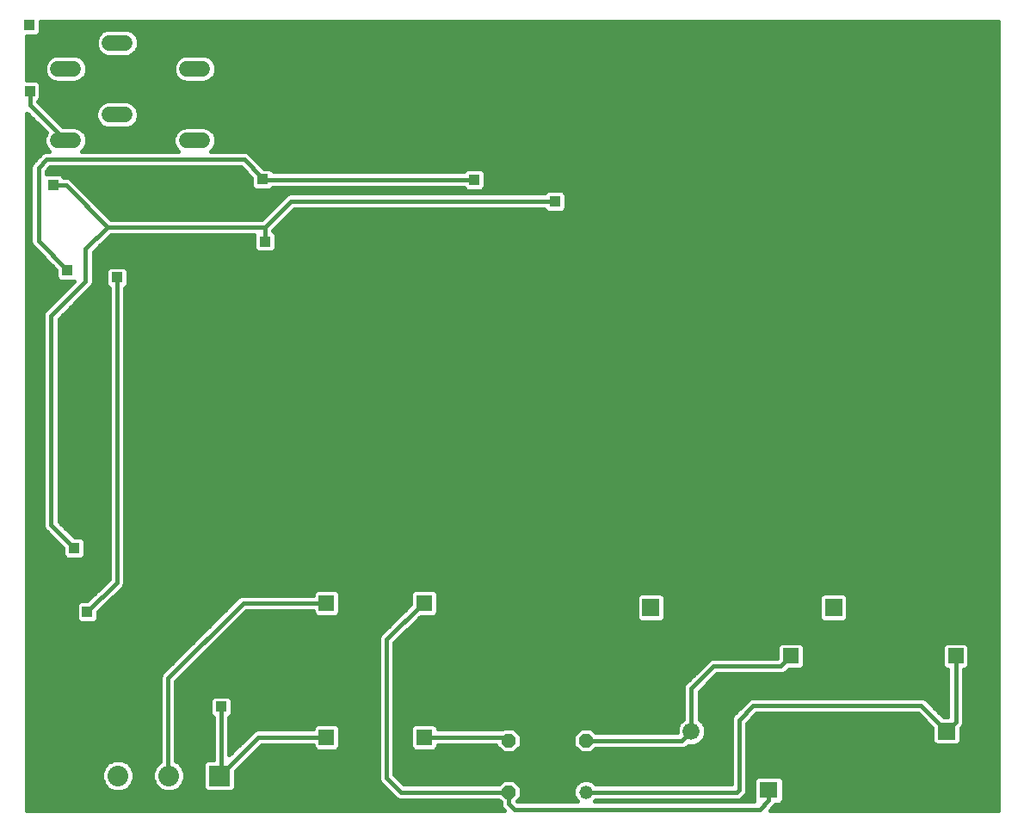
<source format=gbl>
G75*
%MOIN*%
%OFA0B0*%
%FSLAX24Y24*%
%IPPOS*%
%LPD*%
%AMOC8*
5,1,8,0,0,1.08239X$1,22.5*
%
%ADD10R,0.0800X0.0800*%
%ADD11C,0.0800*%
%ADD12C,0.0660*%
%ADD13R,0.0650X0.0650*%
%ADD14C,0.0520*%
%ADD15OC8,0.0520*%
%ADD16C,0.0650*%
%ADD17R,0.0709X0.0630*%
%ADD18C,0.0600*%
%ADD19R,0.0591X0.0591*%
%ADD20C,0.0160*%
%ADD21R,0.0396X0.0396*%
%ADD22R,0.0500X0.0500*%
D10*
X008937Y001995D03*
D11*
X006969Y001995D03*
X005000Y001995D03*
D12*
X027205Y003719D03*
X034099Y003719D03*
D13*
X037099Y003719D03*
X032721Y008515D03*
X030205Y003719D03*
X025634Y008515D03*
D14*
X023126Y001357D03*
D15*
X023126Y003357D03*
X020126Y003357D03*
X020126Y001357D03*
D16*
X025634Y007515D03*
X032721Y007515D03*
D17*
X030201Y002542D03*
X030201Y001440D03*
D18*
X008267Y026601D02*
X007667Y026601D01*
X005267Y027601D02*
X004667Y027601D01*
X003267Y026601D02*
X002667Y026601D01*
X002675Y029389D02*
X003275Y029389D01*
X004675Y030389D02*
X005275Y030389D01*
X007675Y029389D02*
X008275Y029389D01*
D19*
X013075Y008684D03*
X016854Y008684D03*
X016854Y003487D03*
X013075Y003487D03*
X031067Y006637D03*
X037445Y006637D03*
D20*
X001468Y000660D02*
X001468Y027661D01*
X002223Y026907D01*
X002217Y026901D01*
X002137Y026707D01*
X002137Y026496D01*
X002217Y026301D01*
X002335Y026183D01*
X002183Y026183D01*
X002069Y026136D01*
X001742Y025809D01*
X001655Y025722D01*
X001607Y025608D01*
X001607Y022646D01*
X001655Y022532D01*
X002607Y021579D01*
X002607Y021296D01*
X002742Y021161D01*
X003307Y021161D01*
X002226Y020081D01*
X002139Y019993D01*
X002092Y019879D01*
X002092Y011658D01*
X002139Y011544D01*
X002226Y011457D01*
X002226Y011457D01*
X002875Y010807D01*
X002875Y010524D01*
X003010Y010390D01*
X003597Y010390D01*
X003731Y010524D01*
X003731Y011111D01*
X003597Y011246D01*
X003314Y011246D01*
X002712Y011848D01*
X002712Y019689D01*
X003999Y020977D01*
X004046Y021091D01*
X004046Y022268D01*
X004719Y022941D01*
X010269Y022934D01*
X010269Y022398D01*
X010404Y022264D01*
X010990Y022264D01*
X011125Y022398D01*
X011125Y022985D01*
X011007Y023103D01*
X011007Y023115D01*
X011837Y023945D01*
X021510Y023945D01*
X021628Y023827D01*
X022215Y023827D01*
X022349Y023961D01*
X022349Y024548D01*
X022215Y024683D01*
X021628Y024683D01*
X021510Y024565D01*
X011647Y024565D01*
X011533Y024518D01*
X010569Y023553D01*
X004736Y023561D01*
X003241Y025056D01*
X003154Y025144D01*
X003040Y025191D01*
X002896Y025191D01*
X002778Y025309D01*
X002227Y025309D01*
X002227Y025418D01*
X002373Y025563D01*
X009750Y025563D01*
X010167Y025146D01*
X010167Y024804D01*
X010301Y024669D01*
X010888Y024669D01*
X010998Y024779D01*
X018384Y024779D01*
X018502Y024661D01*
X019089Y024661D01*
X019224Y024796D01*
X019224Y025383D01*
X019089Y025518D01*
X018502Y025518D01*
X018384Y025399D01*
X011014Y025399D01*
X010888Y025525D01*
X010664Y025525D01*
X010141Y026049D01*
X010054Y026136D01*
X009940Y026183D01*
X008598Y026183D01*
X008716Y026301D01*
X008797Y026496D01*
X008797Y026707D01*
X008716Y026901D01*
X008567Y027051D01*
X008372Y027131D01*
X007561Y027131D01*
X007366Y027051D01*
X007217Y026901D01*
X007137Y026707D01*
X007137Y026496D01*
X007217Y026301D01*
X007335Y026183D01*
X003598Y026183D01*
X003716Y026301D01*
X003797Y026496D01*
X003797Y026707D01*
X003716Y026901D01*
X003567Y027051D01*
X003372Y027131D01*
X002875Y027131D01*
X001894Y028112D01*
X002011Y028229D01*
X002011Y028816D01*
X001876Y028951D01*
X001468Y028951D01*
X001468Y030657D01*
X001864Y030657D01*
X001999Y030792D01*
X001999Y031196D01*
X039091Y031196D01*
X039091Y000660D01*
X030253Y000660D01*
X030377Y000783D01*
X030464Y000871D01*
X030474Y000895D01*
X030651Y000895D01*
X030785Y001030D01*
X030785Y001850D01*
X030651Y001985D01*
X029751Y001985D01*
X029617Y001850D01*
X029617Y001030D01*
X029644Y001002D01*
X023464Y001002D01*
X023509Y001047D01*
X029038Y001047D01*
X029152Y001094D01*
X029235Y001177D01*
X029322Y001264D01*
X029369Y001378D01*
X029369Y004028D01*
X029739Y004398D01*
X035982Y004398D01*
X036544Y003836D01*
X036544Y003299D01*
X036678Y003164D01*
X037519Y003164D01*
X037654Y003299D01*
X037654Y003836D01*
X037708Y003890D01*
X037755Y004004D01*
X037755Y006111D01*
X037836Y006111D01*
X037970Y006246D01*
X037970Y007027D01*
X037836Y007162D01*
X037054Y007162D01*
X036920Y007027D01*
X036920Y006246D01*
X037054Y006111D01*
X037135Y006111D01*
X037135Y004274D01*
X036982Y004274D01*
X036286Y004970D01*
X036172Y005018D01*
X029549Y005018D01*
X029435Y004970D01*
X029348Y004883D01*
X028796Y004332D01*
X028749Y004218D01*
X028749Y001667D01*
X023509Y001667D01*
X023404Y001773D01*
X023224Y001847D01*
X023029Y001847D01*
X022849Y001773D01*
X022711Y001635D01*
X022636Y001455D01*
X022636Y001260D01*
X022711Y001080D01*
X022789Y001002D01*
X020487Y001002D01*
X020475Y001013D01*
X020616Y001154D01*
X020616Y001560D01*
X020329Y001847D01*
X019923Y001847D01*
X019747Y001671D01*
X016077Y001671D01*
X015708Y002041D01*
X015708Y007138D01*
X016728Y008159D01*
X017245Y008159D01*
X017380Y008293D01*
X017380Y009074D01*
X017245Y009209D01*
X016464Y009209D01*
X016329Y009074D01*
X016329Y008636D01*
X015222Y007529D01*
X015135Y007442D01*
X015088Y007328D01*
X015088Y001851D01*
X015135Y001737D01*
X015686Y001186D01*
X015773Y001098D01*
X015887Y001051D01*
X019739Y001051D01*
X019816Y000974D01*
X019816Y000862D01*
X019863Y000748D01*
X019952Y000660D01*
X001468Y000660D01*
X001468Y000814D02*
X019836Y000814D01*
X019816Y000973D02*
X001468Y000973D01*
X001468Y001131D02*
X015741Y001131D01*
X015582Y001290D02*
X001468Y001290D01*
X001468Y001448D02*
X004674Y001448D01*
X004643Y001461D02*
X004875Y001365D01*
X005125Y001365D01*
X005357Y001461D01*
X005534Y001638D01*
X005630Y001870D01*
X005630Y002120D01*
X005534Y002352D01*
X005357Y002529D01*
X005125Y002625D01*
X004875Y002625D01*
X004643Y002529D01*
X004466Y002352D01*
X004370Y002120D01*
X004370Y001870D01*
X004466Y001638D01*
X004643Y001461D01*
X004498Y001607D02*
X001468Y001607D01*
X001468Y001765D02*
X004413Y001765D01*
X004370Y001924D02*
X001468Y001924D01*
X001468Y002082D02*
X004370Y002082D01*
X004420Y002241D02*
X001468Y002241D01*
X001468Y002399D02*
X004513Y002399D01*
X004712Y002558D02*
X001468Y002558D01*
X001468Y002716D02*
X006623Y002716D01*
X006623Y002558D02*
X005288Y002558D01*
X005487Y002399D02*
X006482Y002399D01*
X006435Y002352D02*
X006339Y002120D01*
X006339Y001870D01*
X006435Y001638D01*
X006612Y001461D01*
X006843Y001365D01*
X007094Y001365D01*
X007325Y001461D01*
X007503Y001638D01*
X007599Y001870D01*
X007599Y002120D01*
X007503Y002352D01*
X007325Y002529D01*
X007243Y002563D01*
X007243Y005642D01*
X009975Y008374D01*
X012550Y008374D01*
X012550Y008293D01*
X012684Y008159D01*
X013465Y008159D01*
X013600Y008293D01*
X013600Y009074D01*
X013465Y009209D01*
X012684Y009209D01*
X012550Y009074D01*
X012550Y008994D01*
X009785Y008994D01*
X009671Y008947D01*
X006670Y005946D01*
X006623Y005832D01*
X006623Y002534D01*
X006612Y002529D01*
X006435Y002352D01*
X006388Y002241D02*
X005580Y002241D01*
X005630Y002082D02*
X006339Y002082D01*
X006339Y001924D02*
X005630Y001924D01*
X005587Y001765D02*
X006382Y001765D01*
X006466Y001607D02*
X005503Y001607D01*
X005326Y001448D02*
X006643Y001448D01*
X006969Y001995D02*
X006933Y002030D01*
X006933Y005771D01*
X009847Y008684D01*
X013075Y008684D01*
X012550Y009056D02*
X004956Y009056D01*
X004798Y008898D02*
X009622Y008898D01*
X009463Y008739D02*
X004639Y008739D01*
X004481Y008581D02*
X009305Y008581D01*
X009146Y008422D02*
X004322Y008422D01*
X004239Y008339D02*
X005220Y009319D01*
X005267Y009433D01*
X005267Y020887D01*
X005385Y021005D01*
X005385Y021591D01*
X005250Y021726D01*
X004663Y021726D01*
X004529Y021591D01*
X004529Y021005D01*
X004647Y020887D01*
X004647Y009623D01*
X003801Y008777D01*
X003518Y008777D01*
X003383Y008643D01*
X003383Y008056D01*
X003518Y007921D01*
X004105Y007921D01*
X004239Y008056D01*
X004239Y008339D01*
X004239Y008264D02*
X008988Y008264D01*
X008829Y008105D02*
X004239Y008105D01*
X004130Y007947D02*
X008671Y007947D01*
X008512Y007788D02*
X001468Y007788D01*
X001468Y007630D02*
X008354Y007630D01*
X008195Y007471D02*
X001468Y007471D01*
X001468Y007313D02*
X008037Y007313D01*
X007878Y007154D02*
X001468Y007154D01*
X001468Y006996D02*
X007720Y006996D01*
X007561Y006837D02*
X001468Y006837D01*
X001468Y006679D02*
X007403Y006679D01*
X007244Y006520D02*
X001468Y006520D01*
X001468Y006362D02*
X007086Y006362D01*
X006927Y006203D02*
X001468Y006203D01*
X001468Y006045D02*
X006769Y006045D01*
X006645Y005886D02*
X001468Y005886D01*
X001468Y005728D02*
X006623Y005728D01*
X006623Y005569D02*
X001468Y005569D01*
X001468Y005411D02*
X006623Y005411D01*
X006623Y005252D02*
X001468Y005252D01*
X001468Y005094D02*
X006623Y005094D01*
X006623Y004935D02*
X001468Y004935D01*
X001468Y004777D02*
X006623Y004777D01*
X006623Y004618D02*
X001468Y004618D01*
X001468Y004460D02*
X006623Y004460D01*
X006623Y004301D02*
X001468Y004301D01*
X001468Y004143D02*
X006623Y004143D01*
X006623Y003984D02*
X001468Y003984D01*
X001468Y003826D02*
X006623Y003826D01*
X006623Y003667D02*
X001468Y003667D01*
X001468Y003509D02*
X006623Y003509D01*
X006623Y003350D02*
X001468Y003350D01*
X001468Y003192D02*
X006623Y003192D01*
X006623Y003033D02*
X001468Y003033D01*
X001468Y002875D02*
X006623Y002875D01*
X007243Y002875D02*
X008690Y002875D01*
X008690Y003033D02*
X007243Y003033D01*
X007243Y003192D02*
X008690Y003192D01*
X008690Y003350D02*
X007243Y003350D01*
X007243Y003509D02*
X008690Y003509D01*
X008690Y003667D02*
X007243Y003667D01*
X007243Y003826D02*
X008690Y003826D01*
X008690Y003984D02*
X007243Y003984D01*
X007243Y004143D02*
X008690Y004143D01*
X008690Y004253D02*
X008690Y002625D01*
X008442Y002625D01*
X008307Y002490D01*
X008307Y001500D01*
X008442Y001365D01*
X009432Y001365D01*
X009567Y001500D01*
X009567Y002187D01*
X010558Y003177D01*
X012550Y003177D01*
X012550Y003097D01*
X012684Y002962D01*
X013465Y002962D01*
X013600Y003097D01*
X013600Y003878D01*
X013465Y004012D01*
X012684Y004012D01*
X012550Y003878D01*
X012550Y003797D01*
X010368Y003797D01*
X010254Y003750D01*
X009310Y002806D01*
X009310Y004253D01*
X009428Y004371D01*
X009428Y004958D01*
X009294Y005092D01*
X008707Y005092D01*
X008572Y004958D01*
X008572Y004371D01*
X008690Y004253D01*
X008642Y004301D02*
X007243Y004301D01*
X007243Y004460D02*
X008572Y004460D01*
X008572Y004618D02*
X007243Y004618D01*
X007243Y004777D02*
X008572Y004777D01*
X008572Y004935D02*
X007243Y004935D01*
X007243Y005094D02*
X015088Y005094D01*
X015088Y005252D02*
X007243Y005252D01*
X007243Y005411D02*
X015088Y005411D01*
X015088Y005569D02*
X007243Y005569D01*
X007329Y005728D02*
X015088Y005728D01*
X015088Y005886D02*
X007487Y005886D01*
X007646Y006045D02*
X015088Y006045D01*
X015088Y006203D02*
X007804Y006203D01*
X007963Y006362D02*
X015088Y006362D01*
X015088Y006520D02*
X008121Y006520D01*
X008280Y006679D02*
X015088Y006679D01*
X015088Y006837D02*
X008438Y006837D01*
X008597Y006996D02*
X015088Y006996D01*
X015088Y007154D02*
X008755Y007154D01*
X008914Y007313D02*
X015088Y007313D01*
X015164Y007471D02*
X009072Y007471D01*
X009231Y007630D02*
X015322Y007630D01*
X015481Y007788D02*
X009389Y007788D01*
X009548Y007947D02*
X015639Y007947D01*
X015798Y008105D02*
X009706Y008105D01*
X009865Y008264D02*
X012580Y008264D01*
X013570Y008264D02*
X015956Y008264D01*
X016115Y008422D02*
X013600Y008422D01*
X013600Y008581D02*
X016273Y008581D01*
X016329Y008739D02*
X013600Y008739D01*
X013600Y008898D02*
X016329Y008898D01*
X016329Y009056D02*
X013600Y009056D01*
X015398Y007267D02*
X015398Y001912D01*
X015949Y001361D01*
X020122Y001361D01*
X020126Y001357D01*
X020126Y000924D01*
X020358Y000692D01*
X029847Y000692D01*
X030201Y001046D01*
X030201Y001440D01*
X029617Y001448D02*
X029369Y001448D01*
X029369Y001607D02*
X029617Y001607D01*
X029617Y001765D02*
X029369Y001765D01*
X029369Y001924D02*
X029690Y001924D01*
X029369Y002082D02*
X039091Y002082D01*
X039091Y001924D02*
X030712Y001924D01*
X030785Y001765D02*
X039091Y001765D01*
X039091Y001607D02*
X030785Y001607D01*
X030785Y001448D02*
X039091Y001448D01*
X039091Y001290D02*
X030785Y001290D01*
X030785Y001131D02*
X039091Y001131D01*
X039091Y000973D02*
X030728Y000973D01*
X030407Y000814D02*
X039091Y000814D01*
X039091Y002241D02*
X029369Y002241D01*
X029369Y002399D02*
X039091Y002399D01*
X039091Y002558D02*
X029369Y002558D01*
X029369Y002716D02*
X039091Y002716D01*
X039091Y002875D02*
X029369Y002875D01*
X029369Y003033D02*
X039091Y003033D01*
X039091Y003192D02*
X037546Y003192D01*
X037654Y003350D02*
X039091Y003350D01*
X039091Y003509D02*
X037654Y003509D01*
X037654Y003667D02*
X039091Y003667D01*
X039091Y003826D02*
X037654Y003826D01*
X037747Y003984D02*
X039091Y003984D01*
X039091Y004143D02*
X037755Y004143D01*
X037755Y004301D02*
X039091Y004301D01*
X039091Y004460D02*
X037755Y004460D01*
X037755Y004618D02*
X039091Y004618D01*
X039091Y004777D02*
X037755Y004777D01*
X037755Y004935D02*
X039091Y004935D01*
X039091Y005094D02*
X037755Y005094D01*
X037755Y005252D02*
X039091Y005252D01*
X039091Y005411D02*
X037755Y005411D01*
X037755Y005569D02*
X039091Y005569D01*
X039091Y005728D02*
X037755Y005728D01*
X037755Y005886D02*
X039091Y005886D01*
X039091Y006045D02*
X037755Y006045D01*
X037927Y006203D02*
X039091Y006203D01*
X039091Y006362D02*
X037970Y006362D01*
X037970Y006520D02*
X039091Y006520D01*
X039091Y006679D02*
X037970Y006679D01*
X037970Y006837D02*
X039091Y006837D01*
X039091Y006996D02*
X037970Y006996D01*
X037844Y007154D02*
X039091Y007154D01*
X039091Y007313D02*
X015882Y007313D01*
X016041Y007471D02*
X039091Y007471D01*
X039091Y007630D02*
X016199Y007630D01*
X016358Y007788D02*
X039091Y007788D01*
X039091Y007947D02*
X016516Y007947D01*
X016675Y008105D02*
X025079Y008105D01*
X025079Y008094D02*
X025214Y007960D01*
X026054Y007960D01*
X026189Y008094D01*
X026189Y008935D01*
X026054Y009070D01*
X025214Y009070D01*
X025079Y008935D01*
X025079Y008094D01*
X025079Y008264D02*
X017350Y008264D01*
X017380Y008422D02*
X025079Y008422D01*
X025079Y008581D02*
X017380Y008581D01*
X017380Y008739D02*
X025079Y008739D01*
X025079Y008898D02*
X017380Y008898D01*
X017380Y009056D02*
X025200Y009056D01*
X026068Y009056D02*
X032287Y009056D01*
X032300Y009070D02*
X032166Y008935D01*
X032166Y008094D01*
X032300Y007960D01*
X033141Y007960D01*
X033276Y008094D01*
X033276Y008935D01*
X033141Y009070D01*
X032300Y009070D01*
X032166Y008898D02*
X026189Y008898D01*
X026189Y008739D02*
X032166Y008739D01*
X032166Y008581D02*
X026189Y008581D01*
X026189Y008422D02*
X032166Y008422D01*
X032166Y008264D02*
X026189Y008264D01*
X026189Y008105D02*
X032166Y008105D01*
X033276Y008105D02*
X039091Y008105D01*
X039091Y008264D02*
X033276Y008264D01*
X033276Y008422D02*
X039091Y008422D01*
X039091Y008581D02*
X033276Y008581D01*
X033276Y008739D02*
X039091Y008739D01*
X039091Y008898D02*
X033276Y008898D01*
X033155Y009056D02*
X039091Y009056D01*
X039091Y009215D02*
X005115Y009215D01*
X005242Y009373D02*
X039091Y009373D01*
X039091Y009532D02*
X005267Y009532D01*
X005267Y009690D02*
X039091Y009690D01*
X039091Y009849D02*
X005267Y009849D01*
X005267Y010007D02*
X039091Y010007D01*
X039091Y010166D02*
X005267Y010166D01*
X005267Y010324D02*
X039091Y010324D01*
X039091Y010483D02*
X005267Y010483D01*
X005267Y010641D02*
X039091Y010641D01*
X039091Y010800D02*
X005267Y010800D01*
X005267Y010958D02*
X039091Y010958D01*
X039091Y011117D02*
X005267Y011117D01*
X005267Y011275D02*
X039091Y011275D01*
X039091Y011434D02*
X005267Y011434D01*
X005267Y011592D02*
X039091Y011592D01*
X039091Y011751D02*
X005267Y011751D01*
X005267Y011909D02*
X039091Y011909D01*
X039091Y012068D02*
X005267Y012068D01*
X005267Y012226D02*
X039091Y012226D01*
X039091Y012385D02*
X005267Y012385D01*
X005267Y012543D02*
X039091Y012543D01*
X039091Y012702D02*
X005267Y012702D01*
X005267Y012860D02*
X039091Y012860D01*
X039091Y013019D02*
X005267Y013019D01*
X005267Y013177D02*
X039091Y013177D01*
X039091Y013336D02*
X005267Y013336D01*
X005267Y013494D02*
X039091Y013494D01*
X039091Y013653D02*
X005267Y013653D01*
X005267Y013811D02*
X039091Y013811D01*
X039091Y013970D02*
X005267Y013970D01*
X005267Y014128D02*
X039091Y014128D01*
X039091Y014287D02*
X005267Y014287D01*
X005267Y014445D02*
X039091Y014445D01*
X039091Y014604D02*
X005267Y014604D01*
X005267Y014762D02*
X039091Y014762D01*
X039091Y014921D02*
X005267Y014921D01*
X005267Y015079D02*
X039091Y015079D01*
X039091Y015238D02*
X005267Y015238D01*
X005267Y015396D02*
X039091Y015396D01*
X039091Y015555D02*
X005267Y015555D01*
X005267Y015713D02*
X039091Y015713D01*
X039091Y015872D02*
X005267Y015872D01*
X005267Y016030D02*
X039091Y016030D01*
X039091Y016189D02*
X005267Y016189D01*
X005267Y016347D02*
X039091Y016347D01*
X039091Y016506D02*
X005267Y016506D01*
X005267Y016664D02*
X039091Y016664D01*
X039091Y016823D02*
X005267Y016823D01*
X005267Y016981D02*
X039091Y016981D01*
X039091Y017140D02*
X005267Y017140D01*
X005267Y017298D02*
X039091Y017298D01*
X039091Y017457D02*
X005267Y017457D01*
X005267Y017615D02*
X039091Y017615D01*
X039091Y017774D02*
X005267Y017774D01*
X005267Y017932D02*
X039091Y017932D01*
X039091Y018091D02*
X005267Y018091D01*
X005267Y018249D02*
X039091Y018249D01*
X039091Y018408D02*
X005267Y018408D01*
X005267Y018566D02*
X039091Y018566D01*
X039091Y018725D02*
X005267Y018725D01*
X005267Y018883D02*
X039091Y018883D01*
X039091Y019042D02*
X005267Y019042D01*
X005267Y019200D02*
X039091Y019200D01*
X039091Y019359D02*
X005267Y019359D01*
X005267Y019517D02*
X039091Y019517D01*
X039091Y019676D02*
X005267Y019676D01*
X005267Y019834D02*
X039091Y019834D01*
X039091Y019993D02*
X005267Y019993D01*
X005267Y020151D02*
X039091Y020151D01*
X039091Y020310D02*
X005267Y020310D01*
X005267Y020468D02*
X039091Y020468D01*
X039091Y020627D02*
X005267Y020627D01*
X005267Y020785D02*
X039091Y020785D01*
X039091Y020944D02*
X005324Y020944D01*
X005385Y021102D02*
X039091Y021102D01*
X039091Y021261D02*
X005385Y021261D01*
X005385Y021419D02*
X039091Y021419D01*
X039091Y021578D02*
X005385Y021578D01*
X004957Y021298D02*
X004957Y009495D01*
X003811Y008349D01*
X003383Y008422D02*
X001468Y008422D01*
X001468Y008264D02*
X003383Y008264D01*
X003383Y008105D02*
X001468Y008105D01*
X001468Y007947D02*
X003492Y007947D01*
X003383Y008581D02*
X001468Y008581D01*
X001468Y008739D02*
X003479Y008739D01*
X003921Y008898D02*
X001468Y008898D01*
X001468Y009056D02*
X004079Y009056D01*
X004238Y009215D02*
X001468Y009215D01*
X001468Y009373D02*
X004396Y009373D01*
X004555Y009532D02*
X001468Y009532D01*
X001468Y009690D02*
X004647Y009690D01*
X004647Y009849D02*
X001468Y009849D01*
X001468Y010007D02*
X004647Y010007D01*
X004647Y010166D02*
X001468Y010166D01*
X001468Y010324D02*
X004647Y010324D01*
X004647Y010483D02*
X003689Y010483D01*
X003731Y010641D02*
X004647Y010641D01*
X004647Y010800D02*
X003731Y010800D01*
X003731Y010958D02*
X004647Y010958D01*
X004647Y011117D02*
X003726Y011117D01*
X003284Y011275D02*
X004647Y011275D01*
X004647Y011434D02*
X003126Y011434D01*
X002967Y011592D02*
X004647Y011592D01*
X004647Y011751D02*
X002809Y011751D01*
X002712Y011909D02*
X004647Y011909D01*
X004647Y012068D02*
X002712Y012068D01*
X002712Y012226D02*
X004647Y012226D01*
X004647Y012385D02*
X002712Y012385D01*
X002712Y012543D02*
X004647Y012543D01*
X004647Y012702D02*
X002712Y012702D01*
X002712Y012860D02*
X004647Y012860D01*
X004647Y013019D02*
X002712Y013019D01*
X002712Y013177D02*
X004647Y013177D01*
X004647Y013336D02*
X002712Y013336D01*
X002712Y013494D02*
X004647Y013494D01*
X004647Y013653D02*
X002712Y013653D01*
X002712Y013811D02*
X004647Y013811D01*
X004647Y013970D02*
X002712Y013970D01*
X002712Y014128D02*
X004647Y014128D01*
X004647Y014287D02*
X002712Y014287D01*
X002712Y014445D02*
X004647Y014445D01*
X004647Y014604D02*
X002712Y014604D01*
X002712Y014762D02*
X004647Y014762D01*
X004647Y014921D02*
X002712Y014921D01*
X002712Y015079D02*
X004647Y015079D01*
X004647Y015238D02*
X002712Y015238D01*
X002712Y015396D02*
X004647Y015396D01*
X004647Y015555D02*
X002712Y015555D01*
X002712Y015713D02*
X004647Y015713D01*
X004647Y015872D02*
X002712Y015872D01*
X002712Y016030D02*
X004647Y016030D01*
X004647Y016189D02*
X002712Y016189D01*
X002712Y016347D02*
X004647Y016347D01*
X004647Y016506D02*
X002712Y016506D01*
X002712Y016664D02*
X004647Y016664D01*
X004647Y016823D02*
X002712Y016823D01*
X002712Y016981D02*
X004647Y016981D01*
X004647Y017140D02*
X002712Y017140D01*
X002712Y017298D02*
X004647Y017298D01*
X004647Y017457D02*
X002712Y017457D01*
X002712Y017615D02*
X004647Y017615D01*
X004647Y017774D02*
X002712Y017774D01*
X002712Y017932D02*
X004647Y017932D01*
X004647Y018091D02*
X002712Y018091D01*
X002712Y018249D02*
X004647Y018249D01*
X004647Y018408D02*
X002712Y018408D01*
X002712Y018566D02*
X004647Y018566D01*
X004647Y018725D02*
X002712Y018725D01*
X002712Y018883D02*
X004647Y018883D01*
X004647Y019042D02*
X002712Y019042D01*
X002712Y019200D02*
X004647Y019200D01*
X004647Y019359D02*
X002712Y019359D01*
X002712Y019517D02*
X004647Y019517D01*
X004647Y019676D02*
X002712Y019676D01*
X002856Y019834D02*
X004647Y019834D01*
X004647Y019993D02*
X003015Y019993D01*
X003173Y020151D02*
X004647Y020151D01*
X004647Y020310D02*
X003332Y020310D01*
X003490Y020468D02*
X004647Y020468D01*
X004647Y020627D02*
X003649Y020627D01*
X003807Y020785D02*
X004647Y020785D01*
X004590Y020944D02*
X003966Y020944D01*
X004046Y021102D02*
X004529Y021102D01*
X004529Y021261D02*
X004046Y021261D01*
X004046Y021419D02*
X004529Y021419D01*
X004529Y021578D02*
X004046Y021578D01*
X004046Y021736D02*
X039091Y021736D01*
X039091Y021895D02*
X004046Y021895D01*
X004046Y022053D02*
X039091Y022053D01*
X039091Y022212D02*
X004046Y022212D01*
X004148Y022370D02*
X010297Y022370D01*
X010269Y022529D02*
X004307Y022529D01*
X004465Y022687D02*
X010269Y022687D01*
X010269Y022846D02*
X004624Y022846D01*
X004608Y023251D02*
X002978Y024881D01*
X002484Y024881D01*
X002864Y025223D02*
X010090Y025223D01*
X010167Y025065D02*
X003233Y025065D01*
X003391Y024906D02*
X010167Y024906D01*
X010223Y024748D02*
X003550Y024748D01*
X003708Y024589D02*
X021534Y024589D01*
X021921Y024255D02*
X011709Y024255D01*
X010697Y023243D01*
X010669Y023243D01*
X010697Y023215D01*
X010697Y022692D01*
X011125Y022687D02*
X039091Y022687D01*
X039091Y022529D02*
X011125Y022529D01*
X011097Y022370D02*
X039091Y022370D01*
X039091Y022846D02*
X011125Y022846D01*
X011106Y023004D02*
X039091Y023004D01*
X039091Y023163D02*
X011055Y023163D01*
X011213Y023321D02*
X039091Y023321D01*
X039091Y023480D02*
X011372Y023480D01*
X011530Y023638D02*
X039091Y023638D01*
X039091Y023797D02*
X011689Y023797D01*
X011288Y024272D02*
X004025Y024272D01*
X003867Y024431D02*
X011446Y024431D01*
X011129Y024114D02*
X004184Y024114D01*
X004342Y023955D02*
X010971Y023955D01*
X010812Y023797D02*
X004501Y023797D01*
X004659Y023638D02*
X010654Y023638D01*
X010669Y023243D02*
X004608Y023251D01*
X004591Y023251D01*
X003736Y022397D01*
X003736Y021152D01*
X002402Y019818D01*
X002402Y011719D01*
X003303Y010818D01*
X002875Y010800D02*
X001468Y010800D01*
X001468Y010958D02*
X002725Y010958D01*
X002566Y011117D02*
X001468Y011117D01*
X001468Y011275D02*
X002408Y011275D01*
X002249Y011434D02*
X001468Y011434D01*
X001468Y011592D02*
X002119Y011592D01*
X002092Y011751D02*
X001468Y011751D01*
X001468Y011909D02*
X002092Y011909D01*
X002092Y012068D02*
X001468Y012068D01*
X001468Y012226D02*
X002092Y012226D01*
X002092Y012385D02*
X001468Y012385D01*
X001468Y012543D02*
X002092Y012543D01*
X002092Y012702D02*
X001468Y012702D01*
X001468Y012860D02*
X002092Y012860D01*
X002092Y013019D02*
X001468Y013019D01*
X001468Y013177D02*
X002092Y013177D01*
X002092Y013336D02*
X001468Y013336D01*
X001468Y013494D02*
X002092Y013494D01*
X002092Y013653D02*
X001468Y013653D01*
X001468Y013811D02*
X002092Y013811D01*
X002092Y013970D02*
X001468Y013970D01*
X001468Y014128D02*
X002092Y014128D01*
X002092Y014287D02*
X001468Y014287D01*
X001468Y014445D02*
X002092Y014445D01*
X002092Y014604D02*
X001468Y014604D01*
X001468Y014762D02*
X002092Y014762D01*
X002092Y014921D02*
X001468Y014921D01*
X001468Y015079D02*
X002092Y015079D01*
X002092Y015238D02*
X001468Y015238D01*
X001468Y015396D02*
X002092Y015396D01*
X002092Y015555D02*
X001468Y015555D01*
X001468Y015713D02*
X002092Y015713D01*
X002092Y015872D02*
X001468Y015872D01*
X001468Y016030D02*
X002092Y016030D01*
X002092Y016189D02*
X001468Y016189D01*
X001468Y016347D02*
X002092Y016347D01*
X002092Y016506D02*
X001468Y016506D01*
X001468Y016664D02*
X002092Y016664D01*
X002092Y016823D02*
X001468Y016823D01*
X001468Y016981D02*
X002092Y016981D01*
X002092Y017140D02*
X001468Y017140D01*
X001468Y017298D02*
X002092Y017298D01*
X002092Y017457D02*
X001468Y017457D01*
X001468Y017615D02*
X002092Y017615D01*
X002092Y017774D02*
X001468Y017774D01*
X001468Y017932D02*
X002092Y017932D01*
X002092Y018091D02*
X001468Y018091D01*
X001468Y018249D02*
X002092Y018249D01*
X002092Y018408D02*
X001468Y018408D01*
X001468Y018566D02*
X002092Y018566D01*
X002092Y018725D02*
X001468Y018725D01*
X001468Y018883D02*
X002092Y018883D01*
X002092Y019042D02*
X001468Y019042D01*
X001468Y019200D02*
X002092Y019200D01*
X002092Y019359D02*
X001468Y019359D01*
X001468Y019517D02*
X002092Y019517D01*
X002092Y019676D02*
X001468Y019676D01*
X001468Y019834D02*
X002092Y019834D01*
X002139Y019993D02*
X001468Y019993D01*
X001468Y020151D02*
X002297Y020151D01*
X002455Y020310D02*
X001468Y020310D01*
X001468Y020468D02*
X002614Y020468D01*
X002772Y020627D02*
X001468Y020627D01*
X001468Y020785D02*
X002931Y020785D01*
X003089Y020944D02*
X001468Y020944D01*
X001468Y021102D02*
X003248Y021102D01*
X003036Y021589D02*
X001917Y022708D01*
X001917Y025546D01*
X002244Y025873D01*
X009878Y025873D01*
X010595Y025156D01*
X010595Y025097D01*
X010602Y025089D01*
X018795Y025089D01*
X019224Y025065D02*
X039091Y025065D01*
X039091Y025223D02*
X019224Y025223D01*
X019224Y025382D02*
X039091Y025382D01*
X039091Y025540D02*
X010649Y025540D01*
X010491Y025699D02*
X039091Y025699D01*
X039091Y025857D02*
X010332Y025857D01*
X010174Y026016D02*
X039091Y026016D01*
X039091Y026174D02*
X009961Y026174D01*
X009773Y025540D02*
X002350Y025540D01*
X002227Y025382D02*
X009931Y025382D01*
X010966Y024748D02*
X018416Y024748D01*
X019175Y024748D02*
X039091Y024748D01*
X039091Y024906D02*
X019224Y024906D01*
X022309Y024589D02*
X039091Y024589D01*
X039091Y024431D02*
X022349Y024431D01*
X022349Y024272D02*
X039091Y024272D01*
X039091Y024114D02*
X022349Y024114D01*
X022343Y023955D02*
X039091Y023955D01*
X039091Y026333D02*
X008729Y026333D01*
X008795Y026491D02*
X039091Y026491D01*
X039091Y026650D02*
X008797Y026650D01*
X008755Y026808D02*
X039091Y026808D01*
X039091Y026967D02*
X008651Y026967D01*
X008387Y027125D02*
X039091Y027125D01*
X039091Y027284D02*
X005698Y027284D01*
X005716Y027301D02*
X005797Y027496D01*
X005797Y027707D01*
X005716Y027901D01*
X005567Y028051D01*
X005372Y028131D01*
X004561Y028131D01*
X004366Y028051D01*
X004217Y027901D01*
X004137Y027707D01*
X004137Y027496D01*
X004217Y027301D01*
X004366Y027152D01*
X004561Y027071D01*
X005372Y027071D01*
X005567Y027152D01*
X005716Y027301D01*
X005774Y027442D02*
X039091Y027442D01*
X039091Y027601D02*
X005797Y027601D01*
X005775Y027759D02*
X039091Y027759D01*
X039091Y027918D02*
X005700Y027918D01*
X005505Y028076D02*
X039091Y028076D01*
X039091Y028235D02*
X002011Y028235D01*
X002011Y028393D02*
X039091Y028393D01*
X039091Y028552D02*
X002011Y028552D01*
X002011Y028710D02*
X039091Y028710D01*
X039091Y028869D02*
X008404Y028869D01*
X008380Y028859D02*
X008575Y028939D01*
X008724Y029088D01*
X008805Y029283D01*
X008805Y029494D01*
X008724Y029689D01*
X008575Y029838D01*
X008380Y029919D01*
X007569Y029919D01*
X007374Y029838D01*
X007225Y029689D01*
X007145Y029494D01*
X007145Y029283D01*
X007225Y029088D01*
X007374Y028939D01*
X007569Y028859D01*
X008380Y028859D01*
X008662Y029027D02*
X039091Y029027D01*
X039091Y029186D02*
X008764Y029186D01*
X008805Y029344D02*
X039091Y029344D01*
X039091Y029503D02*
X008801Y029503D01*
X008735Y029661D02*
X039091Y029661D01*
X039091Y029820D02*
X008593Y029820D01*
X007356Y029820D02*
X003593Y029820D01*
X003575Y029838D02*
X003724Y029689D01*
X003805Y029494D01*
X003805Y029283D01*
X003724Y029088D01*
X003575Y028939D01*
X003380Y028859D01*
X002569Y028859D01*
X002374Y028939D01*
X002225Y029088D01*
X002145Y029283D01*
X002145Y029494D01*
X002225Y029689D01*
X002374Y029838D01*
X002569Y029919D01*
X003380Y029919D01*
X003575Y029838D01*
X003735Y029661D02*
X007214Y029661D01*
X007148Y029503D02*
X003801Y029503D01*
X003805Y029344D02*
X007145Y029344D01*
X007185Y029186D02*
X003764Y029186D01*
X003662Y029027D02*
X007287Y029027D01*
X007545Y028869D02*
X003404Y028869D01*
X002545Y028869D02*
X001958Y028869D01*
X002287Y029027D02*
X001468Y029027D01*
X001468Y029186D02*
X002185Y029186D01*
X002145Y029344D02*
X001468Y029344D01*
X001468Y029503D02*
X002148Y029503D01*
X002214Y029661D02*
X001468Y029661D01*
X001468Y029820D02*
X002356Y029820D01*
X001468Y029978D02*
X004336Y029978D01*
X004374Y029939D02*
X004225Y030088D01*
X004145Y030283D01*
X004145Y030494D01*
X004225Y030689D01*
X004374Y030838D01*
X004569Y030919D01*
X005380Y030919D01*
X005575Y030838D01*
X005724Y030689D01*
X005805Y030494D01*
X005805Y030283D01*
X005724Y030088D01*
X005575Y029939D01*
X005380Y029859D01*
X004569Y029859D01*
X004374Y029939D01*
X004205Y030137D02*
X001468Y030137D01*
X001468Y030295D02*
X004145Y030295D01*
X004145Y030454D02*
X001468Y030454D01*
X001468Y030612D02*
X004193Y030612D01*
X004307Y030771D02*
X001978Y030771D01*
X001999Y030929D02*
X039091Y030929D01*
X039091Y030771D02*
X005642Y030771D01*
X005756Y030612D02*
X039091Y030612D01*
X039091Y030454D02*
X005805Y030454D01*
X005805Y030295D02*
X039091Y030295D01*
X039091Y030137D02*
X005744Y030137D01*
X005613Y029978D02*
X039091Y029978D01*
X039091Y031088D02*
X001999Y031088D01*
X001583Y028523D02*
X001583Y027985D01*
X002967Y026601D01*
X003387Y027125D02*
X004431Y027125D01*
X004235Y027284D02*
X002723Y027284D01*
X002564Y027442D02*
X004159Y027442D01*
X004137Y027601D02*
X002406Y027601D01*
X002247Y027759D02*
X004158Y027759D01*
X004233Y027918D02*
X002089Y027918D01*
X001930Y028076D02*
X004428Y028076D01*
X005502Y027125D02*
X007546Y027125D01*
X007282Y026967D02*
X003651Y026967D01*
X003755Y026808D02*
X007179Y026808D01*
X007137Y026650D02*
X003797Y026650D01*
X003795Y026491D02*
X007139Y026491D01*
X007204Y026333D02*
X003729Y026333D01*
X002204Y026333D02*
X001468Y026333D01*
X001468Y026491D02*
X002139Y026491D01*
X002137Y026650D02*
X001468Y026650D01*
X001468Y026808D02*
X002179Y026808D01*
X002163Y026967D02*
X001468Y026967D01*
X001468Y027125D02*
X002004Y027125D01*
X001846Y027284D02*
X001468Y027284D01*
X001468Y027442D02*
X001687Y027442D01*
X001529Y027601D02*
X001468Y027601D01*
X001468Y026174D02*
X002161Y026174D01*
X001948Y026016D02*
X001468Y026016D01*
X001468Y025857D02*
X001790Y025857D01*
X001645Y025699D02*
X001468Y025699D01*
X001468Y025540D02*
X001607Y025540D01*
X001607Y025382D02*
X001468Y025382D01*
X001468Y025223D02*
X001607Y025223D01*
X001607Y025065D02*
X001468Y025065D01*
X001468Y024906D02*
X001607Y024906D01*
X001607Y024748D02*
X001468Y024748D01*
X001468Y024589D02*
X001607Y024589D01*
X001607Y024431D02*
X001468Y024431D01*
X001468Y024272D02*
X001607Y024272D01*
X001607Y024114D02*
X001468Y024114D01*
X001468Y023955D02*
X001607Y023955D01*
X001607Y023797D02*
X001468Y023797D01*
X001468Y023638D02*
X001607Y023638D01*
X001607Y023480D02*
X001468Y023480D01*
X001468Y023321D02*
X001607Y023321D01*
X001607Y023163D02*
X001468Y023163D01*
X001468Y023004D02*
X001607Y023004D01*
X001607Y022846D02*
X001468Y022846D01*
X001468Y022687D02*
X001607Y022687D01*
X001658Y022529D02*
X001468Y022529D01*
X001468Y022370D02*
X001817Y022370D01*
X001975Y022212D02*
X001468Y022212D01*
X001468Y022053D02*
X002134Y022053D01*
X002292Y021895D02*
X001468Y021895D01*
X001468Y021736D02*
X002451Y021736D01*
X002607Y021578D02*
X001468Y021578D01*
X001468Y021419D02*
X002607Y021419D01*
X002643Y021261D02*
X001468Y021261D01*
X001468Y010641D02*
X002875Y010641D01*
X002917Y010483D02*
X001468Y010483D01*
X009000Y004664D02*
X009000Y002058D01*
X008937Y001995D01*
X010429Y003487D01*
X013075Y003487D01*
X012613Y003033D02*
X010414Y003033D01*
X010255Y002875D02*
X015088Y002875D01*
X015088Y003033D02*
X013537Y003033D01*
X013600Y003192D02*
X015088Y003192D01*
X015088Y003350D02*
X013600Y003350D01*
X013600Y003509D02*
X015088Y003509D01*
X015088Y003667D02*
X013600Y003667D01*
X013600Y003826D02*
X015088Y003826D01*
X015088Y003984D02*
X013494Y003984D01*
X012656Y003984D02*
X009310Y003984D01*
X009310Y003826D02*
X012550Y003826D01*
X010171Y003667D02*
X009310Y003667D01*
X009310Y003509D02*
X010012Y003509D01*
X009854Y003350D02*
X009310Y003350D01*
X009310Y003192D02*
X009695Y003192D01*
X009537Y003033D02*
X009310Y003033D01*
X009310Y002875D02*
X009378Y002875D01*
X009780Y002399D02*
X015088Y002399D01*
X015088Y002241D02*
X009621Y002241D01*
X009567Y002082D02*
X015088Y002082D01*
X015088Y001924D02*
X009567Y001924D01*
X009567Y001765D02*
X015123Y001765D01*
X015265Y001607D02*
X009567Y001607D01*
X009515Y001448D02*
X015424Y001448D01*
X015825Y001924D02*
X028749Y001924D01*
X028749Y002082D02*
X015708Y002082D01*
X015708Y002241D02*
X028749Y002241D01*
X028749Y002399D02*
X015708Y002399D01*
X015708Y002558D02*
X028749Y002558D01*
X028749Y002716D02*
X015708Y002716D01*
X015708Y002875D02*
X019916Y002875D01*
X019923Y002867D02*
X020329Y002867D01*
X020616Y003154D01*
X020616Y003560D01*
X020329Y003847D01*
X019923Y003847D01*
X019873Y003797D01*
X017380Y003797D01*
X017380Y003878D01*
X017245Y004012D01*
X016464Y004012D01*
X016329Y003878D01*
X016329Y003097D01*
X016464Y002962D01*
X017245Y002962D01*
X017380Y003097D01*
X017380Y003177D01*
X019636Y003177D01*
X019636Y003154D01*
X019923Y002867D01*
X019757Y003033D02*
X017316Y003033D01*
X016854Y003487D02*
X019996Y003487D01*
X020126Y003357D01*
X020616Y003350D02*
X022636Y003350D01*
X022636Y003192D02*
X020616Y003192D01*
X020495Y003033D02*
X022757Y003033D01*
X022636Y003154D02*
X022923Y002867D01*
X023329Y002867D01*
X023509Y003047D01*
X026904Y003047D01*
X027018Y003094D01*
X027086Y003162D01*
X027093Y003159D01*
X027316Y003159D01*
X027522Y003245D01*
X027680Y003402D01*
X027765Y003608D01*
X027765Y003831D01*
X027680Y004037D01*
X027522Y004194D01*
X027515Y004197D01*
X027515Y005245D01*
X028203Y005933D01*
X030735Y005933D01*
X030849Y005980D01*
X030980Y006111D01*
X031458Y006111D01*
X031592Y006246D01*
X031592Y007027D01*
X031458Y007162D01*
X030677Y007162D01*
X030542Y007027D01*
X030542Y006553D01*
X028013Y006553D01*
X027899Y006506D01*
X027812Y006419D01*
X026942Y005549D01*
X026895Y005435D01*
X026895Y004197D01*
X026888Y004194D01*
X026730Y004037D01*
X026645Y003831D01*
X026645Y003667D01*
X023509Y003667D01*
X023329Y003847D01*
X022923Y003847D01*
X022636Y003560D01*
X022636Y003154D01*
X022916Y002875D02*
X020336Y002875D01*
X020616Y003509D02*
X022636Y003509D01*
X022743Y003667D02*
X020509Y003667D01*
X020351Y003826D02*
X022901Y003826D01*
X023351Y003826D02*
X026645Y003826D01*
X026708Y003984D02*
X017273Y003984D01*
X017380Y003826D02*
X019901Y003826D01*
X019841Y001765D02*
X015983Y001765D01*
X015088Y002558D02*
X009938Y002558D01*
X010097Y002716D02*
X015088Y002716D01*
X015708Y003033D02*
X016393Y003033D01*
X016329Y003192D02*
X015708Y003192D01*
X015708Y003350D02*
X016329Y003350D01*
X016329Y003509D02*
X015708Y003509D01*
X015708Y003667D02*
X016329Y003667D01*
X016329Y003826D02*
X015708Y003826D01*
X015708Y003984D02*
X016436Y003984D01*
X015708Y004143D02*
X026836Y004143D01*
X026895Y004301D02*
X015708Y004301D01*
X015708Y004460D02*
X026895Y004460D01*
X026895Y004618D02*
X015708Y004618D01*
X015708Y004777D02*
X026895Y004777D01*
X026895Y004935D02*
X015708Y004935D01*
X015708Y005094D02*
X026895Y005094D01*
X026895Y005252D02*
X015708Y005252D01*
X015708Y005411D02*
X026895Y005411D01*
X026963Y005569D02*
X015708Y005569D01*
X015708Y005728D02*
X027121Y005728D01*
X027280Y005886D02*
X015708Y005886D01*
X015708Y006045D02*
X027438Y006045D01*
X027597Y006203D02*
X015708Y006203D01*
X015708Y006362D02*
X027755Y006362D01*
X027934Y006520D02*
X015708Y006520D01*
X015708Y006679D02*
X030542Y006679D01*
X030542Y006837D02*
X015708Y006837D01*
X015708Y006996D02*
X030542Y006996D01*
X030669Y007154D02*
X015724Y007154D01*
X015398Y007267D02*
X016815Y008684D01*
X016854Y008684D01*
X015088Y004935D02*
X009428Y004935D01*
X009428Y004777D02*
X015088Y004777D01*
X015088Y004618D02*
X009428Y004618D01*
X009428Y004460D02*
X015088Y004460D01*
X015088Y004301D02*
X009358Y004301D01*
X009310Y004143D02*
X015088Y004143D01*
X020411Y001765D02*
X022841Y001765D01*
X022699Y001607D02*
X020570Y001607D01*
X020616Y001448D02*
X022636Y001448D01*
X022636Y001290D02*
X020616Y001290D01*
X020593Y001131D02*
X022689Y001131D01*
X023126Y001357D02*
X028977Y001357D01*
X029059Y001440D01*
X029059Y004156D01*
X029610Y004708D01*
X036110Y004708D01*
X037099Y003719D01*
X037445Y004066D01*
X037445Y006637D01*
X036920Y006679D02*
X031592Y006679D01*
X031592Y006837D02*
X036920Y006837D01*
X036920Y006996D02*
X031592Y006996D01*
X031466Y007154D02*
X037047Y007154D01*
X036920Y006520D02*
X031592Y006520D01*
X031592Y006362D02*
X036920Y006362D01*
X036963Y006203D02*
X031549Y006203D01*
X031067Y006637D02*
X030673Y006243D01*
X028075Y006243D01*
X027205Y005373D01*
X027205Y003719D01*
X026843Y003357D01*
X023126Y003357D01*
X023495Y003033D02*
X028749Y003033D01*
X028749Y002875D02*
X023336Y002875D01*
X023411Y001765D02*
X028749Y001765D01*
X029332Y001290D02*
X029617Y001290D01*
X029617Y001131D02*
X029189Y001131D01*
X029235Y001177D02*
X029235Y001177D01*
X030201Y002542D02*
X030201Y003715D01*
X030205Y003719D01*
X034099Y003719D01*
X036079Y004301D02*
X029642Y004301D01*
X029484Y004143D02*
X036237Y004143D01*
X036396Y003984D02*
X029369Y003984D01*
X029369Y003826D02*
X036544Y003826D01*
X036544Y003667D02*
X029369Y003667D01*
X029369Y003509D02*
X036544Y003509D01*
X036544Y003350D02*
X029369Y003350D01*
X029369Y003192D02*
X036651Y003192D01*
X036955Y004301D02*
X037135Y004301D01*
X037135Y004460D02*
X036797Y004460D01*
X036638Y004618D02*
X037135Y004618D01*
X037135Y004777D02*
X036480Y004777D01*
X036321Y004935D02*
X037135Y004935D01*
X037135Y005094D02*
X027515Y005094D01*
X027522Y005252D02*
X037135Y005252D01*
X037135Y005411D02*
X027681Y005411D01*
X027839Y005569D02*
X037135Y005569D01*
X037135Y005728D02*
X027998Y005728D01*
X028156Y005886D02*
X037135Y005886D01*
X037135Y006045D02*
X030913Y006045D01*
X029399Y004935D02*
X027515Y004935D01*
X027515Y004777D02*
X029241Y004777D01*
X029082Y004618D02*
X027515Y004618D01*
X027515Y004460D02*
X028924Y004460D01*
X028784Y004301D02*
X027515Y004301D01*
X027574Y004143D02*
X028749Y004143D01*
X028749Y003984D02*
X027701Y003984D01*
X027765Y003826D02*
X028749Y003826D01*
X028749Y003667D02*
X027765Y003667D01*
X027724Y003509D02*
X028749Y003509D01*
X028749Y003350D02*
X027627Y003350D01*
X027394Y003192D02*
X028749Y003192D01*
X008690Y002716D02*
X007243Y002716D01*
X007257Y002558D02*
X008374Y002558D01*
X008307Y002399D02*
X007456Y002399D01*
X007549Y002241D02*
X008307Y002241D01*
X008307Y002082D02*
X007599Y002082D01*
X007599Y001924D02*
X008307Y001924D01*
X008307Y001765D02*
X007555Y001765D01*
X007471Y001607D02*
X008307Y001607D01*
X008359Y001448D02*
X007294Y001448D01*
D21*
X009000Y004664D03*
X003811Y008349D03*
X003303Y010818D03*
X004957Y021298D03*
X003036Y021589D03*
X002484Y024881D03*
X001583Y028523D03*
X001571Y031086D03*
X010595Y025097D03*
X010697Y022692D03*
X018795Y025089D03*
X021921Y024255D03*
D22*
X027051Y019589D03*
X030477Y018369D03*
X030555Y016479D03*
X025709Y015211D03*
X031776Y010731D03*
X038587Y013330D03*
X037406Y017306D03*
X037366Y018684D03*
X038709Y030818D03*
X018457Y013991D03*
X011681Y013873D03*
X011012Y018475D03*
X008339Y018503D03*
X001890Y010837D03*
X008295Y008243D03*
X001831Y000956D03*
X032130Y001479D03*
X010721Y027168D03*
X012886Y029696D03*
M02*

</source>
